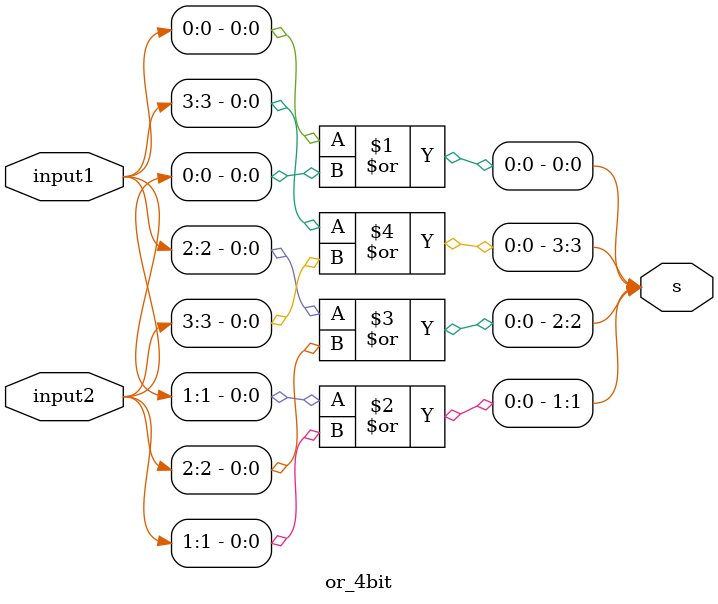
<source format=v>
module or_4bit(input [3:0] input1, input [3:0] input2, output [3:0] s);

or or1(s[0], input1[0], input2[0]);
or or2(s[1], input1[1], input2[1]);
or or3(s[2], input1[2], input2[2]);
or or4(s[3], input1[3], input2[3]);




endmodule

</source>
